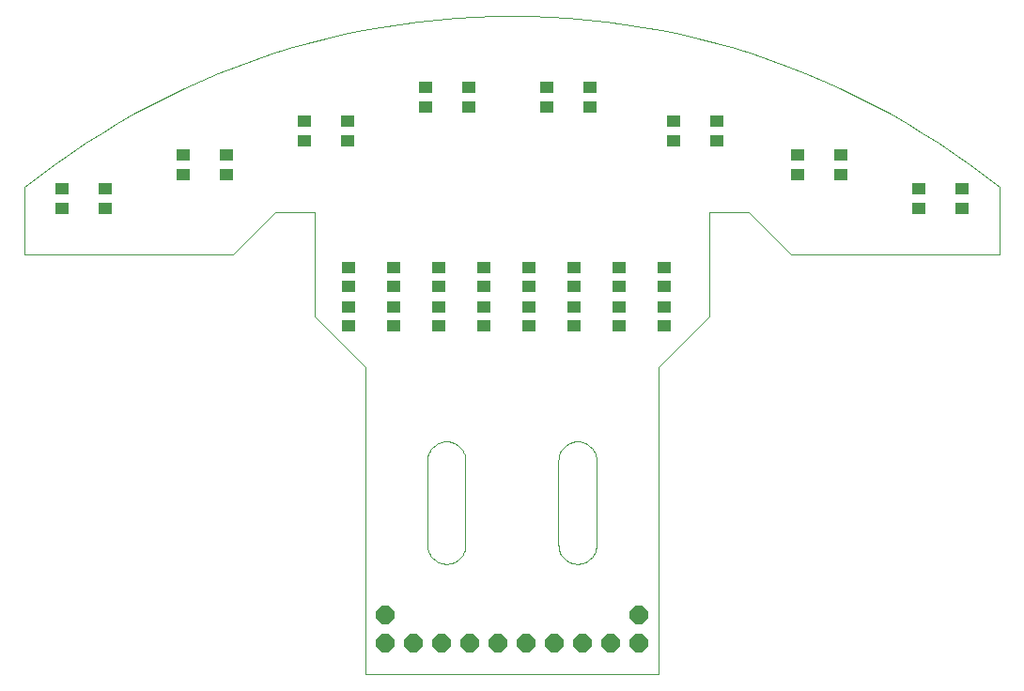
<source format=gts>
G75*
%MOIN*%
%OFA0B0*%
%FSLAX24Y24*%
%IPPOS*%
%LPD*%
%AMOC8*
5,1,8,0,0,1.08239X$1,22.5*
%
%ADD10C,0.0000*%
%ADD11R,0.0473X0.0434*%
%ADD12OC8,0.0640*%
D10*
X012260Y000228D02*
X012260Y011128D01*
X010460Y012928D01*
X010460Y016628D01*
X009060Y016628D01*
X007560Y015128D01*
X000160Y015128D01*
X000160Y017528D01*
X014460Y007828D02*
X014460Y004828D01*
X014462Y004778D01*
X014468Y004727D01*
X014477Y004678D01*
X014490Y004629D01*
X014507Y004581D01*
X014527Y004535D01*
X014550Y004491D01*
X014577Y004448D01*
X014607Y004407D01*
X014640Y004369D01*
X014676Y004333D01*
X014714Y004300D01*
X014755Y004270D01*
X014798Y004243D01*
X014842Y004220D01*
X014888Y004200D01*
X014936Y004183D01*
X014985Y004170D01*
X015034Y004161D01*
X015085Y004155D01*
X015135Y004153D01*
X015185Y004155D01*
X015236Y004161D01*
X015285Y004170D01*
X015334Y004183D01*
X015382Y004200D01*
X015428Y004220D01*
X015473Y004243D01*
X015515Y004270D01*
X015556Y004300D01*
X015594Y004333D01*
X015630Y004369D01*
X015663Y004407D01*
X015693Y004448D01*
X015720Y004491D01*
X015743Y004535D01*
X015763Y004581D01*
X015780Y004629D01*
X015793Y004678D01*
X015802Y004727D01*
X015808Y004778D01*
X015810Y004828D01*
X015810Y007828D01*
X015808Y007878D01*
X015802Y007929D01*
X015793Y007978D01*
X015780Y008027D01*
X015763Y008075D01*
X015743Y008121D01*
X015720Y008166D01*
X015693Y008208D01*
X015663Y008249D01*
X015630Y008287D01*
X015594Y008323D01*
X015556Y008356D01*
X015515Y008386D01*
X015473Y008413D01*
X015428Y008436D01*
X015382Y008456D01*
X015334Y008473D01*
X015285Y008486D01*
X015236Y008495D01*
X015185Y008501D01*
X015135Y008503D01*
X015085Y008501D01*
X015034Y008495D01*
X014985Y008486D01*
X014936Y008473D01*
X014888Y008456D01*
X014842Y008436D01*
X014798Y008413D01*
X014755Y008386D01*
X014714Y008356D01*
X014676Y008323D01*
X014640Y008287D01*
X014607Y008249D01*
X014577Y008208D01*
X014550Y008166D01*
X014527Y008121D01*
X014507Y008075D01*
X014490Y008027D01*
X014477Y007978D01*
X014468Y007929D01*
X014462Y007878D01*
X014460Y007828D01*
X019110Y007828D02*
X019110Y004828D01*
X019112Y004778D01*
X019118Y004727D01*
X019127Y004678D01*
X019140Y004629D01*
X019157Y004581D01*
X019177Y004535D01*
X019200Y004491D01*
X019227Y004448D01*
X019257Y004407D01*
X019290Y004369D01*
X019326Y004333D01*
X019364Y004300D01*
X019405Y004270D01*
X019448Y004243D01*
X019492Y004220D01*
X019538Y004200D01*
X019586Y004183D01*
X019635Y004170D01*
X019684Y004161D01*
X019735Y004155D01*
X019785Y004153D01*
X019835Y004155D01*
X019886Y004161D01*
X019935Y004170D01*
X019984Y004183D01*
X020032Y004200D01*
X020078Y004220D01*
X020123Y004243D01*
X020165Y004270D01*
X020206Y004300D01*
X020244Y004333D01*
X020280Y004369D01*
X020313Y004407D01*
X020343Y004448D01*
X020370Y004491D01*
X020393Y004535D01*
X020413Y004581D01*
X020430Y004629D01*
X020443Y004678D01*
X020452Y004727D01*
X020458Y004778D01*
X020460Y004828D01*
X020460Y007828D01*
X020458Y007878D01*
X020452Y007929D01*
X020443Y007978D01*
X020430Y008027D01*
X020413Y008075D01*
X020393Y008121D01*
X020370Y008166D01*
X020343Y008208D01*
X020313Y008249D01*
X020280Y008287D01*
X020244Y008323D01*
X020206Y008356D01*
X020165Y008386D01*
X020123Y008413D01*
X020078Y008436D01*
X020032Y008456D01*
X019984Y008473D01*
X019935Y008486D01*
X019886Y008495D01*
X019835Y008501D01*
X019785Y008503D01*
X019735Y008501D01*
X019684Y008495D01*
X019635Y008486D01*
X019586Y008473D01*
X019538Y008456D01*
X019492Y008436D01*
X019448Y008413D01*
X019405Y008386D01*
X019364Y008356D01*
X019326Y008323D01*
X019290Y008287D01*
X019257Y008249D01*
X019227Y008208D01*
X019200Y008166D01*
X019177Y008121D01*
X019157Y008075D01*
X019140Y008027D01*
X019127Y007978D01*
X019118Y007929D01*
X019112Y007878D01*
X019110Y007828D01*
X022660Y011128D02*
X024460Y012928D01*
X024460Y016628D01*
X025860Y016628D01*
X027360Y015128D01*
X034760Y015128D01*
X034760Y017528D01*
X022660Y011128D02*
X022660Y000228D01*
X012260Y000228D01*
X000160Y017528D02*
X000686Y017940D01*
X001221Y018338D01*
X001766Y018724D01*
X002320Y019097D01*
X002883Y019456D01*
X003454Y019801D01*
X004034Y020132D01*
X004621Y020450D01*
X005216Y020753D01*
X005818Y021041D01*
X006427Y021315D01*
X007042Y021574D01*
X007663Y021818D01*
X008291Y022047D01*
X008923Y022261D01*
X009560Y022460D01*
X010202Y022643D01*
X010849Y022810D01*
X011499Y022962D01*
X012152Y023098D01*
X012809Y023219D01*
X013468Y023323D01*
X014130Y023412D01*
X014794Y023484D01*
X015459Y023540D01*
X016125Y023581D01*
X016792Y023605D01*
X017460Y023613D01*
X018128Y023605D01*
X018795Y023581D01*
X019461Y023540D01*
X020126Y023484D01*
X020790Y023412D01*
X021452Y023323D01*
X022111Y023219D01*
X022768Y023098D01*
X023421Y022962D01*
X024071Y022810D01*
X024718Y022643D01*
X025360Y022460D01*
X025997Y022261D01*
X026629Y022047D01*
X027257Y021818D01*
X027878Y021574D01*
X028493Y021315D01*
X029102Y021041D01*
X029704Y020753D01*
X030299Y020450D01*
X030886Y020132D01*
X031466Y019801D01*
X032037Y019456D01*
X032600Y019097D01*
X033154Y018724D01*
X033699Y018338D01*
X034234Y017940D01*
X034760Y017528D01*
D11*
X033427Y017483D03*
X033427Y016774D03*
X031892Y016774D03*
X031892Y017483D03*
X029127Y017974D03*
X029127Y018683D03*
X027592Y018683D03*
X027592Y017974D03*
X024727Y019174D03*
X024727Y019883D03*
X023192Y019883D03*
X023192Y019174D03*
X020227Y020374D03*
X020227Y021083D03*
X018692Y021083D03*
X018692Y020374D03*
X015927Y020374D03*
X015927Y021083D03*
X014392Y021083D03*
X014392Y020374D03*
X011627Y019883D03*
X011627Y019174D03*
X010092Y019174D03*
X010092Y019883D03*
X007327Y018683D03*
X007327Y017974D03*
X005792Y017974D03*
X005792Y018683D03*
X003027Y017483D03*
X003027Y016774D03*
X001492Y016774D03*
X001492Y017483D03*
X011660Y014663D03*
X011660Y013994D03*
X011660Y013263D03*
X011660Y012594D03*
X013260Y012594D03*
X013260Y013263D03*
X013260Y013994D03*
X013260Y014663D03*
X014860Y014663D03*
X014860Y013994D03*
X014860Y013263D03*
X014860Y012594D03*
X016460Y012594D03*
X016460Y013263D03*
X016460Y013994D03*
X016460Y014663D03*
X018060Y014663D03*
X018060Y013994D03*
X018060Y013263D03*
X018060Y012594D03*
X019660Y012594D03*
X019660Y013263D03*
X019660Y013994D03*
X019660Y014663D03*
X021260Y014663D03*
X021260Y013994D03*
X021260Y013263D03*
X021260Y012594D03*
X022860Y012594D03*
X022860Y013263D03*
X022860Y013994D03*
X022860Y014663D03*
D12*
X021960Y002328D03*
X021960Y001328D03*
X020960Y001328D03*
X019960Y001328D03*
X018960Y001328D03*
X017960Y001328D03*
X016960Y001328D03*
X015960Y001328D03*
X014960Y001328D03*
X013960Y001328D03*
X012960Y001328D03*
X012960Y002328D03*
M02*

</source>
